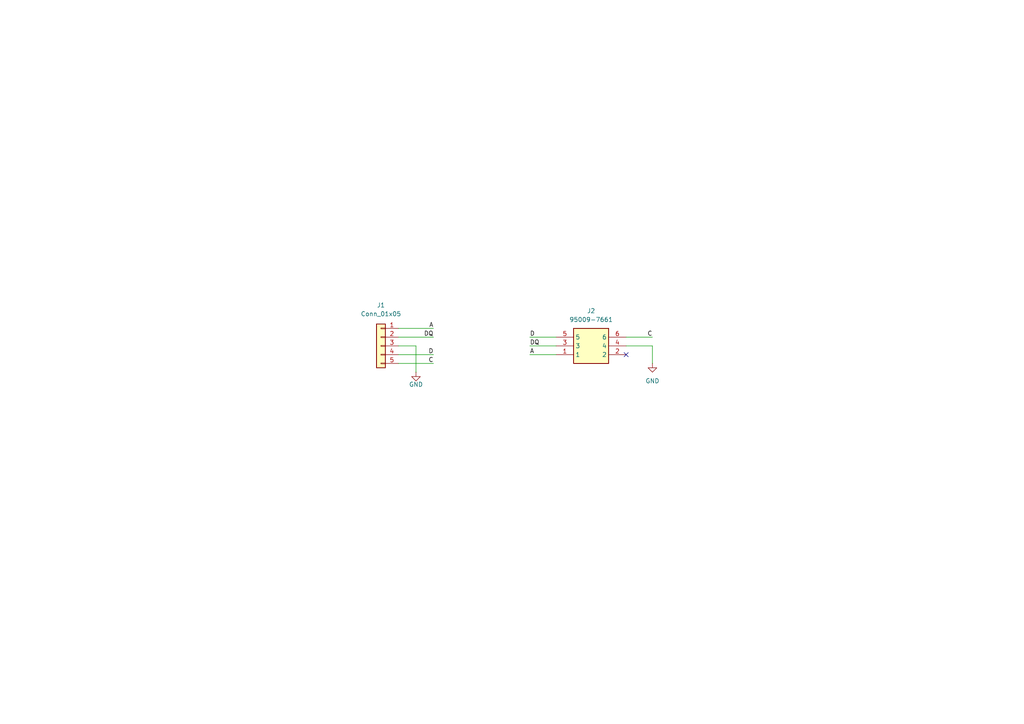
<source format=kicad_sch>
(kicad_sch (version 20250114) (generator "eeschema") (generator_version "9.0")
  (paper "A4")
  (lib_symbols
    (symbol "Argus-Connectors:95009-7661"
      (property "Reference" "J" (at 16.51 7.62 0))
      (property "Value" "95009-7661" (at 16.51 5.08 0))
      (symbol "95009-7661_1_1"
        (rectangle (start 5.08 2.54) (end 15.24 -7.62) (stroke (width 0.254)) (fill (type background)))
        (pin passive line (at 0 0 0) (length 5.08) (name "5") (number "5"))
        (pin passive line (at 0 -2.54 0) (length 5.08) (name "3") (number "3"))
        (pin passive line (at 0 -5.08 0) (length 5.08) (name "1") (number "1"))
        (pin passive line (at 20.32 0 180) (length 5.08) (name "6") (number "6"))
        (pin passive line (at 20.32 -2.54 180) (length 5.08) (name "4") (number "4"))
        (pin passive line (at 20.32 -5.08 180) (length 5.08) (name "2") (number "2"))
      )
    )
    (symbol "Connector_Generic:Conn_01x05" (pin_names (offset 1.016) (hide yes))
      (property "Reference" "J" (at 0 7.62 0))
      (property "Value" "Conn_01x05" (at 0 -7.62 0))
      (symbol "Conn_01x05_1_1"
        (rectangle (start -1.27 6.35) (end 1.27 -6.35) (stroke (width 0.254)) (fill (type background)))
        (rectangle (start -1.27 5.207) (end 0 4.953) (stroke (width 0.1524)))
        (rectangle (start -1.27 2.667) (end 0 2.413) (stroke (width 0.1524)))
        (rectangle (start -1.27 0.127) (end 0 -0.127) (stroke (width 0.1524)))
        (rectangle (start -1.27 -2.413) (end 0 -2.667) (stroke (width 0.1524)))
        (rectangle (start -1.27 -4.953) (end 0 -5.207) (stroke (width 0.1524)))
        (pin passive line (at -5.08 5.08 0) (length 3.81) (name "Pin_1") (number "1"))
        (pin passive line (at -5.08 2.54 0) (length 3.81) (name "Pin_2") (number "2"))
        (pin passive line (at -5.08 0 0) (length 3.81) (name "Pin_3") (number "3"))
        (pin passive line (at -5.08 -2.54 0) (length 3.81) (name "Pin_4") (number "4"))
        (pin passive line (at -5.08 -5.08 0) (length 3.81) (name "Pin_5") (number "5"))
      )
    )
    (symbol "power:GND" (power) (pin_numbers (hide yes)) (pin_names (offset 0) (hide yes))
      (property "Value" "GND" (at 0 -3.81 0))
      (symbol "GND_0_1"
        (polyline (pts (xy 0 0) (xy 0 -1.27) (xy 1.27 -1.27) (xy 0 -2.54) (xy -1.27 -1.27) (xy 0 -1.27)))
      )
      (symbol "GND_1_1"
        (pin power_in line (at 0 0 270) (length 0) (name "~") (number "1"))
      )
    )
  )
  (no_connect (at 181.61 102.87))
  (wire (pts (xy 189.23 100.33) (xy 189.23 105.41)))
  (wire (pts (xy 181.61 100.33) (xy 189.23 100.33)))
  (wire (pts (xy 153.67 97.79) (xy 161.29 97.79)))
  (wire (pts (xy 115.57 97.79) (xy 125.73 97.79)))
  (wire (pts (xy 115.57 102.87) (xy 125.73 102.87)))
  (wire (pts (xy 115.57 105.41) (xy 125.73 105.41)))
  (wire (pts (xy 115.57 95.25) (xy 125.73 95.25)))
  (wire (pts (xy 153.67 100.33) (xy 161.29 100.33)))
  (wire (pts (xy 181.61 97.79) (xy 189.23 97.79)))
  (wire (pts (xy 153.67 102.87) (xy 161.29 102.87)))
  (wire (pts (xy 115.57 100.33) (xy 120.65 100.33)))
  (wire (pts (xy 120.65 100.33) (xy 120.65 107.95)))
  (label "C" (at 125.73 105.41 180))
  (label "DQ" (at 153.67 100.33 0))
  (label "D" (at 153.67 97.79 0))
  (label "D" (at 125.73 102.87 180))
  (label "A" (at 125.73 95.25 180))
  (label "C" (at 189.23 97.79 180))
  (label "DQ" (at 125.73 97.79 180))
  (label "A" (at 153.67 102.87 0))
  (symbol (lib_id "Argus-Connectors:95009-7661") (at 161.29 97.79 0) (unit 1)
    (property "Reference" "J2" (at 171.45 90.17 0))
    (property "Value" "95009-7661" (at 171.45 92.71 0))
    (property "Footprint" "Argus-Connectors:95009-7661_1" (effects (hide yes)))
    (property "Datasheet" "http://www.molex.com/webdocs/datasheets/pdf/en-us/0950097661_MODULAR_JACKS_PLUG.pdf" (effects (hide yes)))
    (property "Description" "New Molex 6P6C Right Angle Through Hole Unshielded RJ11 Modular Jack Connector 95009" (effects (hide yes)))
    (property "Mouser Part Number" "538-95009-7661" (effects (hide yes)))
    (property "Mouser Price/Stock" "https://www.mouser.co.uk/ProductDetail/Molex/95009-7661?qs=Ef9Z4YHDgEIvHU1ig5lLjw%3D%3D" (effects (hide yes)))
    (property "Manufacturer_Name" "Molex" (effects (hide yes)))
    (property "Manufacturer_Part_Number" "95009-7661" (effects (hide yes)))
  )
  (symbol (lib_id "power:GND") (at 120.65 107.95 0) (unit 1)
    (property "Reference" "#PWR01" (effects (hide yes)))
    (property "Value" "GND" (at 120.65 111.506 0))
    (property "Description" "Power symbol creates a global label with name \"GND\" , ground" (effects (hide yes)))
  )
  (symbol (lib_id "power:GND") (at 189.23 105.41 0) (unit 1)
    (property "Reference" "#PWR02" (effects (hide yes)))
    (property "Value" "GND" (at 189.23 110.49 0))
    (property "Description" "Power symbol creates a global label with name \"GND\" , ground" (effects (hide yes)))
  )
  (symbol (lib_id "Connector_Generic:Conn_01x05") (at 110.49 100.33 0) (mirror y) (unit 1)
    (property "Reference" "J1" (at 110.49 88.5089 0))
    (property "Value" "Conn_01x05" (at 110.49 91.0489 0))
    (property "Footprint" "Connector_PinSocket_2.54mm:PinSocket_1x05_P2.54mm_Vertical" (effects (hide yes)))
    (property "Description" "Generic connector, single row, 01x05, script generated (kicad-library-utils/schlib/autogen/connector/)" (effects (hide yes)))
  )
)
</source>
